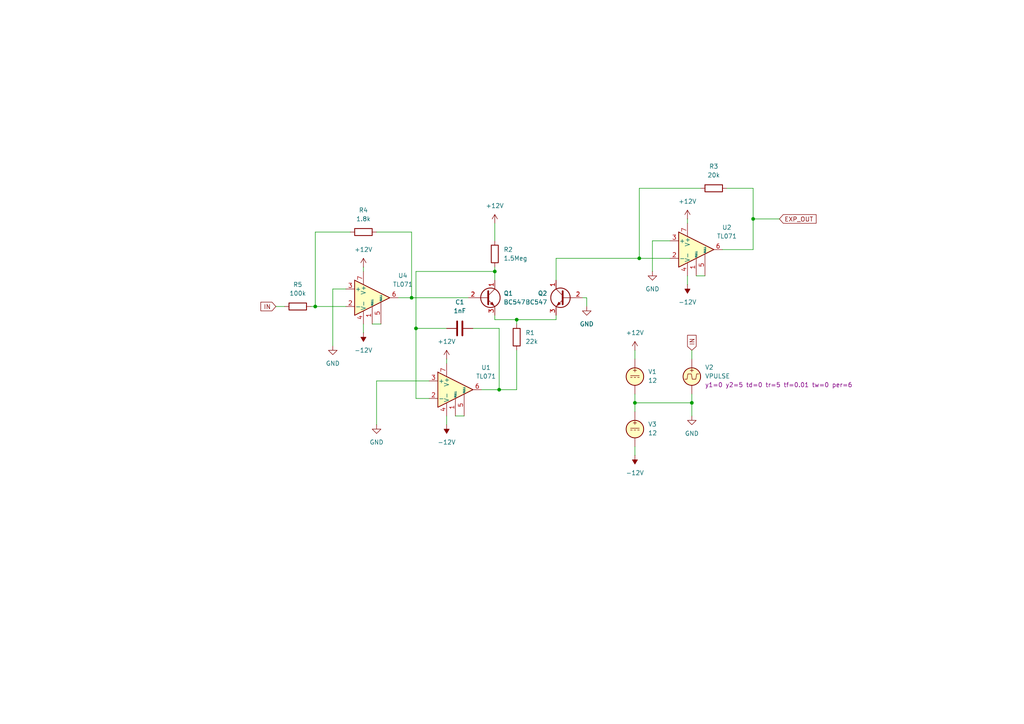
<source format=kicad_sch>
(kicad_sch (version 20250114) (generator "eeschema") (generator_version "9.0")
  (paper "A4")
  (lib_symbols
    (symbol "Amplifier_Operational:TL071" (pin_names (offset 0.127))
      (property "Reference" "U" (at 0 6.35 0))
      (property "Value" "TL071" (at 0 3.81 0))
      (symbol "TL071_0_1"
        (polyline (pts (xy -5.08 5.08) (xy 5.08 0) (xy -5.08 -5.08) (xy -5.08 5.08)) (stroke (width 0.254)) (fill (type background)))
      )
      (symbol "TL071_1_1"
        (pin input line (at -7.62 2.54 0) (length 2.54) (name "+") (number "3"))
        (pin input line (at -7.62 -2.54 0) (length 2.54) (name "-") (number "2"))
        (pin power_in line (at -2.54 7.62 270) (length 3.81) (name "V+") (number "7"))
        (pin power_in line (at -2.54 -7.62 90) (length 3.81) (name "V-") (number "4"))
        (pin no_connect line (at 0 2.54 270) (length 2.54) (hide yes) (name "NC") (number "8"))
        (pin input line (at 0 -7.62 90) (length 5.08) (name "NULL") (number "1"))
        (pin input line (at 2.54 -7.62 90) (length 6.35) (name "NULL") (number "5"))
        (pin output line (at 7.62 0 180) (length 2.54) (name "~") (number "6"))
      )
    )
    (symbol "Device:C" (pin_numbers (hide yes)) (pin_names (offset 0.254))
      (property "Reference" "C" (at 0.635 2.54 0))
      (property "Value" "C" (at 0.635 -2.54 0))
      (symbol "C_0_1"
        (polyline (pts (xy -2.032 0.762) (xy 2.032 0.762)) (stroke (width 0.508)))
        (polyline (pts (xy -2.032 -0.762) (xy 2.032 -0.762)) (stroke (width 0.508)))
      )
      (symbol "C_1_1"
        (pin passive line (at 0 3.81 270) (length 2.794) (name "~") (number "1"))
        (pin passive line (at 0 -3.81 90) (length 2.794) (name "~") (number "2"))
      )
    )
    (symbol "Device:R" (pin_numbers (hide yes)) (pin_names (offset 0))
      (property "Reference" "R" (at 2.032 0 90))
      (property "Value" "R" (at 0 0 90))
      (symbol "R_0_1"
        (rectangle (start -1.016 -2.54) (end 1.016 2.54) (stroke (width 0.254)))
      )
      (symbol "R_1_1"
        (pin passive line (at 0 3.81 270) (length 1.27) (name "~") (number "1"))
        (pin passive line (at 0 -3.81 90) (length 1.27) (name "~") (number "2"))
      )
    )
    (symbol "Simulation_SPICE:VDC" (pin_numbers (hide yes)) (pin_names (offset 0.0254))
      (property "Reference" "V" (at 2.54 2.54 0))
      (property "Value" "1" (at 2.54 0 0))
      (symbol "VDC_0_0"
        (polyline (pts (xy -1.27 0.254) (xy 1.27 0.254)))
        (polyline (pts (xy -0.762 -0.254) (xy -1.27 -0.254)))
        (polyline (pts (xy 0.254 -0.254) (xy -0.254 -0.254)))
        (polyline (pts (xy 1.27 -0.254) (xy 0.762 -0.254)))
        (text "+" (at 0 1.905 0) (effects (font (size 1.27 1.27))))
      )
      (symbol "VDC_0_1"
        (circle (center 0 0) (radius 2.54) (stroke (width 0.254)) (fill (type background)))
      )
      (symbol "VDC_1_1"
        (pin passive line (at 0 5.08 270) (length 2.54) (name "~") (number "1"))
        (pin passive line (at 0 -5.08 90) (length 2.54) (name "~") (number "2"))
      )
    )
    (symbol "Simulation_SPICE:VPULSE" (pin_numbers (hide yes)) (pin_names (offset 0.0254))
      (property "Reference" "V" (at 2.54 2.54 0))
      (property "Value" "VPULSE" (at 2.54 0 0))
      (property "Sim.Params" "y1=0 y2=1 td=2n tr=2n tf=2n tw=50n per=100n" (at 2.54 -2.54 0))
      (symbol "VPULSE_0_0"
        (polyline (pts (xy -2.032 -0.762) (xy -1.397 -0.762) (xy -1.143 0.762) (xy -0.127 0.762) (xy 0.127 -0.762) (xy 1.143 -0.762) (xy 1.397 0.762) (xy 2.032 0.762)))
        (text "+" (at 0 1.905 0) (effects (font (size 1.27 1.27))))
      )
      (symbol "VPULSE_0_1"
        (circle (center 0 0) (radius 2.54) (stroke (width 0.254)) (fill (type background)))
      )
      (symbol "VPULSE_1_1"
        (pin passive line (at 0 5.08 270) (length 2.54) (name "~") (number "1"))
        (pin passive line (at 0 -5.08 90) (length 2.54) (name "~") (number "2"))
      )
    )
    (symbol "Transistor_BJT:BC547" (pin_names (offset 0) (hide yes))
      (property "Reference" "Q" (at 5.08 1.905 0))
      (property "Value" "BC547" (at 5.08 0 0))
      (symbol "BC547_0_1"
        (polyline (pts (xy -2.54 0) (xy 0.635 0)))
        (polyline (pts (xy 0.635 1.905) (xy 0.635 -1.905)) (stroke (width 0.508)))
        (circle (center 1.27 0) (radius 2.8194) (stroke (width 0.254)))
      )
      (symbol "BC547_1_1"
        (polyline (pts (xy 0.635 0.635) (xy 2.54 2.54)))
        (polyline (pts (xy 0.635 -0.635) (xy 2.54 -2.54)))
        (polyline (pts (xy 1.27 -1.778) (xy 1.778 -1.27) (xy 2.286 -2.286) (xy 1.27 -1.778)) (fill (type outline)))
        (pin input line (at -5.08 0 0) (length 2.54) (name "B") (number "2"))
        (pin passive line (at 2.54 5.08 270) (length 2.54) (name "C") (number "1"))
        (pin passive line (at 2.54 -5.08 90) (length 2.54) (name "E") (number "3"))
      )
    )
    (symbol "power:+12V" (power) (pin_numbers (hide yes)) (pin_names (offset 0) (hide yes))
      (property "Value" "+12V" (at 0 3.556 0))
      (symbol "+12V_0_1"
        (polyline (pts (xy -0.762 1.27) (xy 0 2.54)))
        (polyline (pts (xy 0 2.54) (xy 0.762 1.27)))
        (polyline (pts (xy 0 0) (xy 0 2.54)))
      )
      (symbol "+12V_1_1"
        (pin power_in line (at 0 0 90) (length 0) (name "~") (number "1"))
      )
    )
    (symbol "power:-12V" (power) (pin_numbers (hide yes)) (pin_names (offset 0) (hide yes))
      (property "Value" "-12V" (at 0 3.556 0))
      (symbol "-12V_0_0"
        (pin power_in line (at 0 0 90) (length 0) (name "~") (number "1"))
      )
      (symbol "-12V_0_1"
        (polyline (pts (xy 0 0) (xy 0 1.27) (xy 0.762 1.27) (xy 0 2.54) (xy -0.762 1.27) (xy 0 1.27)) (fill (type outline)))
      )
    )
    (symbol "power:GND" (power) (pin_numbers (hide yes)) (pin_names (offset 0) (hide yes))
      (property "Value" "GND" (at 0 -3.81 0))
      (symbol "GND_0_1"
        (polyline (pts (xy 0 0) (xy 0 -1.27) (xy 1.27 -1.27) (xy 0 -2.54) (xy -1.27 -1.27) (xy 0 -1.27)))
      )
      (symbol "GND_1_1"
        (pin power_in line (at 0 0 270) (length 0) (name "~") (number "1"))
      )
    )
  )
  (junction (at 200.66 116.84))
  (junction (at 91.44 88.9))
  (junction (at 143.51 78.74))
  (junction (at 218.44 63.5))
  (junction (at 120.65 95.25))
  (junction (at 144.78 113.03))
  (junction (at 185.42 74.93))
  (junction (at 184.15 116.84))
  (junction (at 149.86 92.71))
  (junction (at 119.38 86.36))
  (wire (pts (xy 218.44 72.39) (xy 218.44 63.5)))
  (wire (pts (xy 129.54 120.65) (xy 129.54 123.19)))
  (wire (pts (xy 200.66 116.84) (xy 200.66 120.65)))
  (wire (pts (xy 139.7 113.03) (xy 144.78 113.03)))
  (wire (pts (xy 218.44 63.5) (xy 226.06 63.5)))
  (wire (pts (xy 109.22 67.31) (xy 119.38 67.31)))
  (wire (pts (xy 144.78 95.25) (xy 144.78 113.03)))
  (wire (pts (xy 143.51 78.74) (xy 120.65 78.74)))
  (wire (pts (xy 101.6 67.31) (xy 91.44 67.31)))
  (wire (pts (xy 105.41 77.47) (xy 105.41 78.74)))
  (wire (pts (xy 209.55 72.39) (xy 218.44 72.39)))
  (wire (pts (xy 91.44 67.31) (xy 91.44 88.9)))
  (wire (pts (xy 119.38 67.31) (xy 119.38 86.36)))
  (wire (pts (xy 218.44 63.5) (xy 218.44 54.61)))
  (wire (pts (xy 149.86 92.71) (xy 161.29 92.71)))
  (wire (pts (xy 189.23 69.85) (xy 189.23 78.74)))
  (wire (pts (xy 185.42 74.93) (xy 194.31 74.93)))
  (wire (pts (xy 143.51 64.77) (xy 143.51 69.85)))
  (wire (pts (xy 161.29 74.93) (xy 161.29 81.28)))
  (wire (pts (xy 161.29 92.71) (xy 161.29 91.44)))
  (wire (pts (xy 109.22 110.49) (xy 109.22 123.19)))
  (wire (pts (xy 170.18 88.9) (xy 170.18 86.36)))
  (wire (pts (xy 149.86 101.6) (xy 149.86 113.03)))
  (wire (pts (xy 149.86 92.71) (xy 149.86 93.98)))
  (wire (pts (xy 105.41 93.98) (xy 105.41 96.52)))
  (wire (pts (xy 129.54 104.14) (xy 129.54 105.41)))
  (wire (pts (xy 194.31 69.85) (xy 189.23 69.85)))
  (wire (pts (xy 100.33 83.82) (xy 96.52 83.82)))
  (wire (pts (xy 143.51 78.74) (xy 143.51 81.28)))
  (wire (pts (xy 185.42 54.61) (xy 185.42 74.93)))
  (wire (pts (xy 170.18 86.36) (xy 168.91 86.36)))
  (wire (pts (xy 137.16 95.25) (xy 144.78 95.25)))
  (wire (pts (xy 120.65 95.25) (xy 129.54 95.25)))
  (wire (pts (xy 120.65 115.57) (xy 124.46 115.57)))
  (wire (pts (xy 91.44 88.9) (xy 100.33 88.9)))
  (wire (pts (xy 184.15 114.3) (xy 184.15 116.84)))
  (wire (pts (xy 96.52 83.82) (xy 96.52 100.33)))
  (wire (pts (xy 107.95 93.98) (xy 110.49 93.98)))
  (wire (pts (xy 143.51 92.71) (xy 149.86 92.71)))
  (wire (pts (xy 143.51 91.44) (xy 143.51 92.71)))
  (wire (pts (xy 120.65 95.25) (xy 120.65 115.57)))
  (wire (pts (xy 184.15 116.84) (xy 184.15 119.38)))
  (wire (pts (xy 200.66 101.6) (xy 200.66 104.14)))
  (wire (pts (xy 203.2 54.61) (xy 185.42 54.61)))
  (wire (pts (xy 90.17 88.9) (xy 91.44 88.9)))
  (wire (pts (xy 161.29 74.93) (xy 185.42 74.93)))
  (wire (pts (xy 201.93 80.01) (xy 204.47 80.01)))
  (wire (pts (xy 200.66 114.3) (xy 200.66 116.84)))
  (wire (pts (xy 119.38 86.36) (xy 135.89 86.36)))
  (wire (pts (xy 199.39 63.5) (xy 199.39 64.77)))
  (wire (pts (xy 218.44 54.61) (xy 210.82 54.61)))
  (wire (pts (xy 144.78 113.03) (xy 149.86 113.03)))
  (wire (pts (xy 184.15 101.6) (xy 184.15 104.14)))
  (wire (pts (xy 184.15 116.84) (xy 200.66 116.84)))
  (wire (pts (xy 184.15 129.54) (xy 184.15 132.08)))
  (wire (pts (xy 143.51 77.47) (xy 143.51 78.74)))
  (wire (pts (xy 80.01 88.9) (xy 82.55 88.9)))
  (wire (pts (xy 120.65 78.74) (xy 120.65 95.25)))
  (wire (pts (xy 115.57 86.36) (xy 119.38 86.36)))
  (wire (pts (xy 109.22 110.49) (xy 124.46 110.49)))
  (wire (pts (xy 199.39 80.01) (xy 199.39 82.55)))
  (wire (pts (xy 132.08 120.65) (xy 134.62 120.65)))
  (global_label "IN" (shape input) (at 80.01 88.9 180) (property "Intersheetrefs" "${INTERSHEET_REFS}" (effects (hide yes))))
  (global_label "IN" (shape input) (at 200.66 101.6 90) (property "Intersheetrefs" "${INTERSHEET_REFS}" (effects (hide yes))))
  (global_label "EXP_OUT" (shape input) (at 226.06 63.5 0) (property "Intersheetrefs" "${INTERSHEET_REFS}" (effects (hide yes))))
  (symbol (lib_id "power:GND") (at 170.18 88.9 0) (unit 1)
    (property "Reference" "#PWR05" (effects (hide yes)))
    (property "Value" "GND" (at 170.18 93.98 0))
    (property "Description" "Power symbol creates a global label with name \"GND\" , ground" (effects (hide yes)))
  )
  (symbol (lib_id "Device:R") (at 143.51 73.66 0) (unit 1)
    (property "Reference" "R2" (at 146.05 72.3899 0) (effects (justify left)))
    (property "Value" "1.5Meg" (at 146.05 74.9299 0) (effects (justify left)))
    (property "Description" "Resistor" (effects (hide yes)))
  )
  (symbol (lib_id "Simulation_SPICE:VPULSE") (at 200.66 109.22 0) (unit 1)
    (property "Reference" "V2" (at 204.47 106.5501 0) (effects (justify left)))
    (property "Value" "VPULSE" (at 204.47 109.0901 0) (effects (justify left)))
    (property "Datasheet" "https://ngspice.sourceforge.io/docs/ngspice-html-manual/manual.xhtml#sec_Independent_Sources_for" (effects (hide yes)))
    (property "Description" "Voltage source, pulse" (effects (hide yes)))
    (property "Sim.Pins" "1=+ 2=-" (effects (hide yes)))
    (property "Sim.Type" "PULSE" (effects (hide yes)))
    (property "Sim.Device" "V" (effects (hide yes)))
    (property "Sim.Params" "y1=0 y2=5 td=0 tr=5 tf=0.01 tw=0 per=6" (at 204.47 111.6301 0) (effects (justify left)))
  )
  (symbol (lib_id "power:-12V") (at 184.15 132.08 180) (unit 1)
    (property "Reference" "#PWR06" (effects (hide yes)))
    (property "Value" "-12V" (at 184.15 137.16 0))
    (property "Description" "Power symbol creates a global label with name \"-12V\"" (effects (hide yes)))
  )
  (symbol (lib_id "power:+12V") (at 105.41 77.47 0) (unit 1)
    (property "Reference" "#PWR014" (effects (hide yes)))
    (property "Value" "+12V" (at 105.41 72.39 0))
    (property "Description" "Power symbol creates a global label with name \"+12V\"" (effects (hide yes)))
  )
  (symbol (lib_id "Device:R") (at 86.36 88.9 90) (unit 1)
    (property "Reference" "R5" (at 86.36 82.55 90))
    (property "Value" "100k" (at 86.36 85.09 90))
    (property "Description" "Resistor" (effects (hide yes)))
  )
  (symbol (lib_id "Simulation_SPICE:VDC") (at 184.15 109.22 0) (unit 1)
    (property "Reference" "V1" (at 187.96 107.8201 0) (effects (justify left)))
    (property "Value" "12" (at 187.96 110.3601 0) (effects (justify left)))
    (property "Datasheet" "https://ngspice.sourceforge.io/docs/ngspice-html-manual/manual.xhtml#sec_Independent_Sources_for" (effects (hide yes)))
    (property "Description" "Voltage source, DC" (effects (hide yes)))
    (property "Sim.Pins" "1=+ 2=-" (effects (hide yes)))
    (property "Sim.Type" "DC" (effects (hide yes)))
    (property "Sim.Device" "V" (effects (hide yes)))
  )
  (symbol (lib_id "power:GND") (at 109.22 123.19 0) (mirror y) (unit 1)
    (property "Reference" "#PWR04" (effects (hide yes)))
    (property "Value" "GND" (at 109.22 128.27 0))
    (property "Description" "Power symbol creates a global label with name \"GND\" , ground" (effects (hide yes)))
  )
  (symbol (lib_id "power:+12V") (at 184.15 101.6 0) (unit 1)
    (property "Reference" "#PWR07" (effects (hide yes)))
    (property "Value" "+12V" (at 184.15 96.52 0))
    (property "Description" "Power symbol creates a global label with name \"+12V\"" (effects (hide yes)))
  )
  (symbol (lib_id "power:+12V") (at 129.54 104.14 0) (unit 1)
    (property "Reference" "#PWR02" (effects (hide yes)))
    (property "Value" "+12V" (at 129.54 99.06 0))
    (property "Description" "Power symbol creates a global label with name \"+12V\"" (effects (hide yes)))
  )
  (symbol (lib_id "Device:C") (at 133.35 95.25 90) (unit 1)
    (property "Reference" "C1" (at 133.35 87.63 90))
    (property "Value" "1nF" (at 133.35 90.17 90))
    (property "Description" "Unpolarized capacitor" (effects (hide yes)))
  )
  (symbol (lib_id "power:-12V") (at 129.54 123.19 180) (unit 1)
    (property "Reference" "#PWR03" (effects (hide yes)))
    (property "Value" "-12V" (at 129.54 128.27 0))
    (property "Description" "Power symbol creates a global label with name \"-12V\"" (effects (hide yes)))
  )
  (symbol (lib_id "Device:R") (at 105.41 67.31 90) (unit 1)
    (property "Reference" "R4" (at 105.41 60.96 90))
    (property "Value" "1.8k" (at 105.41 63.5 90))
    (property "Description" "Resistor" (effects (hide yes)))
    (property "Sim.Device" "R" (effects (hide yes)))
    (property "Sim.Pins" "1=+ 2=-" (effects (hide yes)))
  )
  (symbol (lib_id "Device:R") (at 149.86 97.79 0) (unit 1)
    (property "Reference" "R1" (at 152.4 96.5199 0) (effects (justify left)))
    (property "Value" "22k" (at 152.4 99.0599 0) (effects (justify left)))
    (property "Description" "Resistor" (effects (hide yes)))
  )
  (symbol (lib_id "Amplifier_Operational:TL071") (at 132.08 113.03 0) (unit 1)
    (property "Reference" "U1" (at 140.97 106.6098 0))
    (property "Value" "TL071" (at 140.97 109.1498 0))
    (property "Datasheet" "http://www.ti.com/lit/ds/symlink/tl071.pdf" (effects (hide yes)))
    (property "Description" "Single Low-Noise JFET-Input Operational Amplifiers, DIP-8/SOIC-8" (effects (hide yes)))
    (property "Sim.Library" "TL071.301" (effects (hide yes)))
    (property "Sim.Name" "TL071" (effects (hide yes)))
    (property "Sim.Device" "SUBCKT" (effects (hide yes)))
    (property "Sim.Pins" "2=2 3=1 4=4 6=5 7=3" (effects (hide yes)))
  )
  (symbol (lib_id "power:-12V") (at 199.39 82.55 180) (unit 1)
    (property "Reference" "#PWR010" (effects (hide yes)))
    (property "Value" "-12V" (at 199.39 87.63 0))
    (property "Description" "Power symbol creates a global label with name \"-12V\"" (effects (hide yes)))
  )
  (symbol (lib_id "Device:R") (at 207.01 54.61 90) (unit 1)
    (property "Reference" "R3" (at 207.01 48.26 90))
    (property "Value" "20k" (at 207.01 50.8 90))
    (property "Description" "Resistor" (effects (hide yes)))
    (property "Sim.Device" "R" (effects (hide yes)))
    (property "Sim.Pins" "1=+ 2=-" (effects (hide yes)))
  )
  (symbol (lib_id "power:+12V") (at 199.39 63.5 0) (unit 1)
    (property "Reference" "#PWR09" (effects (hide yes)))
    (property "Value" "+12V" (at 199.39 58.42 0))
    (property "Description" "Power symbol creates a global label with name \"+12V\"" (effects (hide yes)))
  )
  (symbol (lib_id "power:-12V") (at 105.41 96.52 180) (unit 1)
    (property "Reference" "#PWR015" (effects (hide yes)))
    (property "Value" "-12V" (at 105.41 101.6 0))
    (property "Description" "Power symbol creates a global label with name \"-12V\"" (effects (hide yes)))
  )
  (symbol (lib_id "power:+12V") (at 143.51 64.77 0) (unit 1)
    (property "Reference" "#PWR01" (effects (hide yes)))
    (property "Value" "+12V" (at 143.51 59.69 0))
    (property "Description" "Power symbol creates a global label with name \"+12V\"" (effects (hide yes)))
  )
  (symbol (lib_id "Transistor_BJT:BC547") (at 140.97 86.36 0) (unit 1)
    (property "Reference" "Q1" (at 146.05 85.0899 0) (effects (justify left)))
    (property "Value" "BC547" (at 146.05 87.6299 0) (effects (justify left)))
    (property "Footprint" "Package_TO_SOT_THT:TO-92_Inline" (effects (hide yes)))
    (property "Datasheet" "https://www.onsemi.com/pub/Collateral/BC550-D.pdf" (effects (hide yes)))
    (property "Description" "0.1A Ic, 45V Vce, Small Signal NPN Transistor, TO-92" (effects (hide yes)))
    (property "Sim.Library" "qca3046.lib" (effects (hide yes)))
    (property "Sim.Name" "QCA3046" (effects (hide yes)))
    (property "Sim.Device" "NPN" (effects (hide yes)))
    (property "Sim.Pins" "1=C 2=B 3=E" (effects (hide yes)))
    (property "Sim.Type" "GUMMELPOON" (effects (hide yes)))
  )
  (symbol (lib_id "Amplifier_Operational:TL071") (at 201.93 72.39 0) (unit 1)
    (property "Reference" "U2" (at 210.82 65.9698 0))
    (property "Value" "TL071" (at 210.82 68.5098 0))
    (property "Datasheet" "http://www.ti.com/lit/ds/symlink/tl071.pdf" (effects (hide yes)))
    (property "Description" "Single Low-Noise JFET-Input Operational Amplifiers, DIP-8/SOIC-8" (effects (hide yes)))
    (property "Sim.Library" "TL071.301" (effects (hide yes)))
    (property "Sim.Name" "TL071" (effects (hide yes)))
    (property "Sim.Device" "SUBCKT" (effects (hide yes)))
    (property "Sim.Pins" "2=2 3=1 4=4 6=5 7=3" (effects (hide yes)))
  )
  (symbol (lib_id "Amplifier_Operational:TL071") (at 107.95 86.36 0) (unit 1)
    (property "Reference" "U4" (at 116.84 79.9398 0))
    (property "Value" "TL071" (at 116.84 82.4798 0))
    (property "Datasheet" "http://www.ti.com/lit/ds/symlink/tl071.pdf" (effects (hide yes)))
    (property "Description" "Single Low-Noise JFET-Input Operational Amplifiers, DIP-8/SOIC-8" (effects (hide yes)))
    (property "Sim.Library" "TL071.301" (effects (hide yes)))
    (property "Sim.Name" "TL071" (effects (hide yes)))
    (property "Sim.Device" "SUBCKT" (effects (hide yes)))
    (property "Sim.Pins" "2=2 3=1 4=4 6=5 7=3" (effects (hide yes)))
  )
  (symbol (lib_id "Transistor_BJT:BC547") (at 163.83 86.36 0) (mirror y) (unit 1)
    (property "Reference" "Q2" (at 158.75 85.0899 0) (effects (justify left)))
    (property "Value" "BC547" (at 158.75 87.6299 0) (effects (justify left)))
    (property "Footprint" "Package_TO_SOT_THT:TO-92_Inline" (effects (hide yes)))
    (property "Datasheet" "https://www.onsemi.com/pub/Collateral/BC550-D.pdf" (effects (hide yes)))
    (property "Description" "0.1A Ic, 45V Vce, Small Signal NPN Transistor, TO-92" (effects (hide yes)))
    (property "Sim.Library" "qca3046.lib" (effects (hide yes)))
    (property "Sim.Name" "QCA3046" (effects (hide yes)))
    (property "Sim.Device" "NPN" (effects (hide yes)))
    (property "Sim.Pins" "1=C 2=B 3=E" (effects (hide yes)))
    (property "Sim.Type" "GUMMELPOON" (effects (hide yes)))
  )
  (symbol (lib_id "power:GND") (at 96.52 100.33 0) (mirror y) (unit 1)
    (property "Reference" "#PWR016" (effects (hide yes)))
    (property "Value" "GND" (at 96.52 105.41 0))
    (property "Description" "Power symbol creates a global label with name \"GND\" , ground" (effects (hide yes)))
  )
  (symbol (lib_id "power:GND") (at 200.66 120.65 0) (unit 1)
    (property "Reference" "#PWR08" (effects (hide yes)))
    (property "Value" "GND" (at 200.66 125.73 0))
    (property "Description" "Power symbol creates a global label with name \"GND\" , ground" (effects (hide yes)))
  )
  (symbol (lib_id "Simulation_SPICE:VDC") (at 184.15 124.46 0) (unit 1)
    (property "Reference" "V3" (at 187.96 123.0601 0) (effects (justify left)))
    (property "Value" "12" (at 187.96 125.6001 0) (effects (justify left)))
    (property "Datasheet" "https://ngspice.sourceforge.io/docs/ngspice-html-manual/manual.xhtml#sec_Independent_Sources_for" (effects (hide yes)))
    (property "Description" "Voltage source, DC" (effects (hide yes)))
    (property "Sim.Pins" "1=+ 2=-" (effects (hide yes)))
    (property "Sim.Type" "DC" (effects (hide yes)))
    (property "Sim.Device" "V" (effects (hide yes)))
  )
  (symbol (lib_id "power:GND") (at 189.23 78.74 0) (unit 1)
    (property "Reference" "#PWR011" (effects (hide yes)))
    (property "Value" "GND" (at 189.23 83.82 0))
    (property "Description" "Power symbol creates a global label with name \"GND\" , ground" (effects (hide yes)))
  )
)
</source>
